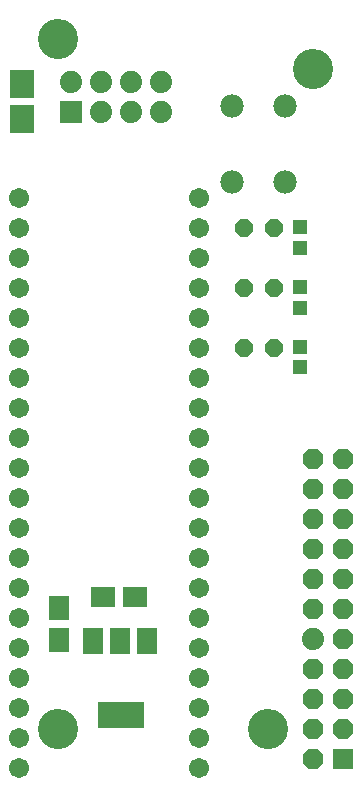
<source format=gts>
G04 EAGLE Gerber RS-274X export*
G75*
%MOMM*%
%FSLAX34Y34*%
%LPD*%
%INtop_mask*%
%IPPOS*%
%AMOC8*
5,1,8,0,0,1.08239X$1,22.5*%
G01*
%ADD10C,3.403200*%
%ADD11C,1.711200*%
%ADD12R,1.879600X1.879600*%
%ADD13C,1.879600*%
%ADD14R,1.701800X2.209800*%
%ADD15R,4.013200X2.209800*%
%ADD16R,1.703200X2.153200*%
%ADD17R,2.153200X1.703200*%
%ADD18R,2.003200X2.353200*%
%ADD19R,1.727200X1.727200*%
%ADD20P,1.869504X8X112.500000*%
%ADD21P,1.649562X8X202.500000*%
%ADD22R,1.303200X1.203200*%
%ADD23C,1.981200*%


D10*
X279400Y622300D03*
X63500Y647700D03*
X63500Y63500D03*
X241300Y63500D03*
D11*
X182880Y30480D03*
X182880Y55880D03*
X182880Y81280D03*
X182880Y106680D03*
X182880Y132080D03*
X182880Y157480D03*
X182880Y182880D03*
X182880Y208280D03*
X182880Y233680D03*
X182880Y259080D03*
X182880Y284480D03*
X182880Y309880D03*
X182880Y335280D03*
X182880Y360680D03*
X182880Y386080D03*
X182880Y411480D03*
X182880Y436880D03*
X182880Y462280D03*
X182880Y487680D03*
X182880Y513080D03*
X30480Y30480D03*
X30480Y55880D03*
X30480Y81280D03*
X30480Y106680D03*
X30480Y132080D03*
X30480Y157480D03*
X30480Y182880D03*
X30480Y208280D03*
X30480Y233680D03*
X30480Y259080D03*
X30480Y284480D03*
X30480Y309880D03*
X30480Y335280D03*
X30480Y360680D03*
X30480Y386080D03*
X30480Y411480D03*
X30480Y436880D03*
X30480Y462280D03*
X30480Y487680D03*
X30480Y513080D03*
D12*
X74930Y585470D03*
D13*
X100330Y585470D03*
X125730Y585470D03*
X151130Y585470D03*
X74930Y610870D03*
X100330Y610870D03*
X125730Y610870D03*
X151130Y610870D03*
D14*
X139446Y138176D03*
X116586Y138176D03*
X93726Y138176D03*
D15*
X116840Y75184D03*
D16*
X64770Y138650D03*
X64770Y166150D03*
D17*
X129320Y175260D03*
X101820Y175260D03*
D18*
X33020Y609110D03*
X33020Y579610D03*
D19*
X304800Y38100D03*
D20*
X279400Y38100D03*
X304800Y63500D03*
X279400Y63500D03*
X304800Y88900D03*
X279400Y88900D03*
X304800Y114300D03*
X279400Y114300D03*
X304800Y139700D03*
D13*
X279400Y139700D03*
D20*
X304800Y165100D03*
X279400Y165100D03*
X304800Y190500D03*
X279400Y190500D03*
X304800Y215900D03*
X279400Y215900D03*
X304800Y241300D03*
X279400Y241300D03*
X304800Y266700D03*
X279400Y266700D03*
X304800Y292100D03*
X279400Y292100D03*
D21*
X246380Y487680D03*
X220980Y487680D03*
X246380Y436880D03*
X220980Y436880D03*
X246380Y386080D03*
X220980Y386080D03*
D22*
X268986Y386706D03*
X268986Y369706D03*
X268224Y437252D03*
X268224Y420252D03*
X268224Y488052D03*
X268224Y471052D03*
D23*
X211074Y526288D03*
X256286Y526288D03*
X211074Y591312D03*
X256286Y591312D03*
M02*

</source>
